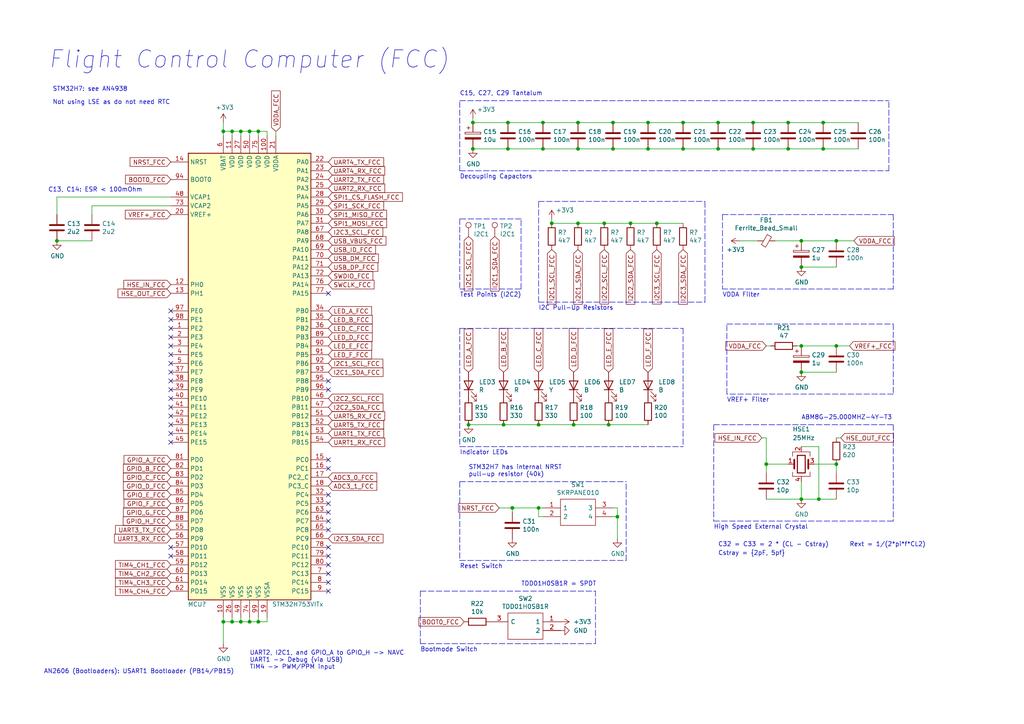
<source format=kicad_sch>
(kicad_sch (version 20231120) (generator "eeschema") (generator_version "8.0")
  (paper "A4")
  (title_block (title "Flight Control Computer") (date "2019-10-27") (rev "0.1"))
  (lib_symbols
    (symbol "Connector:TestPoint" (pin_numbers hide) (pin_names (offset 0.762) hide)
      (property "Reference" "TP" (at 0 6.858 0))
      (property "Value" "TestPoint" (at 0 5.08 0))
      (symbol "TestPoint_1_1"
        (pin passive line (at 0 0 90) (length 2.54) (name "1") (number "1"))
      )
    )
    (symbol "Device:C" (pin_numbers hide) (pin_names (offset 0.254))
      (property "Reference" "C" (at 0.635 2.54 0))
      (property "Value" "C" (at 0.635 -2.54 0))
      (symbol "C_1_1"
        (pin passive line (at 0 3.81 270) (length 2.794) (name "~") (number "1"))
        (pin passive line (at 0 -3.81 90) (length 2.794) (name "~") (number "2"))
      )
    )
    (symbol "Device:Crystal_GND24" (pin_names (offset 1.016) hide)
      (property "Reference" "Y" (at 3.175 5.08 0))
      (property "Value" "Crystal_GND24" (at 3.175 3.175 0))
      (symbol "Crystal_GND24_1_1"
        (pin passive line (at -3.81 0 0) (length 1.27) (name "1") (number "1"))
        (pin passive line (at 0 5.08 270) (length 1.27) (name "2") (number "2"))
        (pin passive line (at 3.81 0 180) (length 1.27) (name "3") (number "3"))
        (pin passive line (at 0 -5.08 90) (length 1.27) (name "4") (number "4"))
      )
    )
    (symbol "Device:LED" (pin_numbers hide) (pin_names (offset 1.016) hide)
      (property "Reference" "D" (at 0 2.54 0))
      (property "Value" "LED" (at 0 -2.54 0))
      (symbol "LED_1_1"
        (pin passive line (at -3.81 0 0) (length 2.54) (name "K") (number "1"))
        (pin passive line (at 3.81 0 180) (length 2.54) (name "A") (number "2"))
      )
    )
    (symbol "Device:R" (pin_numbers hide) (pin_names (offset 0))
      (property "Reference" "R" (at 2.032 0 90))
      (property "Value" "R" (at 0 0 90))
      (symbol "R_1_1"
        (pin passive line (at 0 3.81 270) (length 1.27) (name "~") (number "1"))
        (pin passive line (at 0 -3.81 90) (length 1.27) (name "~") (number "2"))
      )
    )
    (symbol "Hades-rescue:+3V3-power" (power) (pin_names (offset 0))
      (property "Value" "power:+3V3" (at 0 3.556 0))
      (symbol "+3V3-power_1_1"
        (pin power_in line (at 0 0 90) (length 0) hide (name "+3V3") (number "1"))
      )
    )
    (symbol "Hades-rescue:CP-Device" (pin_numbers hide) (pin_names (offset 0.254))
      (property "Reference" "C" (at 0.635 2.54 0))
      (property "Value" "Device:CP" (at 0.635 -2.54 0))
      (symbol "CP-Device_1_1"
        (pin passive line (at 0 3.81 270) (length 2.794) (name "~") (number "1"))
        (pin passive line (at 0 -3.81 90) (length 2.794) (name "~") (number "2"))
      )
    )
    (symbol "Hades-rescue:Ferrite_Bead_Small-Device" (pin_numbers hide) (pin_names (offset 0))
      (property "Reference" "L" (at 1.905 1.27 0))
      (property "Value" "Device:Ferrite_Bead_Small" (at 1.905 -1.27 0))
      (symbol "Ferrite_Bead_Small-Device_1_1"
        (pin passive line (at 0 2.54 270) (length 1.27) (name "~") (number "1"))
        (pin passive line (at 0 -2.54 90) (length 1.27) (name "~") (number "2"))
      )
    )
    (symbol "Hades-rescue:GND-power" (power) (pin_names (offset 0))
      (property "Value" "power:GND" (at 0 -3.81 0))
      (symbol "GND-power_1_1"
        (pin power_in line (at 0 0 270) (length 0) hide (name "GND") (number "1"))
      )
    )
    (symbol "Hades-rescue:STM32H753VITx-MCU_ST_STM32H7"
      (property "Reference" "U" (at -17.78 64.77 0))
      (property "Value" "MCU_ST_STM32H7:STM32H753VITx" (at 10.16 64.77 0))
      (symbol "STM32H753VITx-MCU_ST_STM32H7_1_1"
        (pin bidirectional line (at -22.86 12.7 0) (length 5.08) (name "PE2") (number "1"))
        (pin power_in line (at -7.62 -71.12 90) (length 5.08) (name "VSS") (number "10"))
        (pin power_in line (at 5.08 68.58 270) (length 5.08) (name "VDD") (number "100"))
        (pin power_in line (at -5.08 68.58 270) (length 5.08) (name "VDD") (number "11"))
        (pin input line (at -22.86 25.4 0) (length 5.08) (name "PH0") (number "12"))
        (pin input line (at -22.86 22.86 0) (length 5.08) (name "PH1") (number "13"))
        (pin input line (at -22.86 60.96 0) (length 5.08) (name "NRST") (number "14"))
        (pin bidirectional line (at 22.86 -25.4 180) (length 5.08) (name "PC0") (number "15"))
        (pin bidirectional line (at 22.86 -27.94 180) (length 5.08) (name "PC1") (number "16"))
        (pin bidirectional line (at 22.86 -30.48 180) (length 5.08) (name "PC2_C") (number "17"))
        (pin bidirectional line (at 22.86 -33.02 180) (length 5.08) (name "PC3_C") (number "18"))
        (pin power_in line (at 5.08 -71.12 90) (length 5.08) (name "VSSA") (number "19"))
        (pin bidirectional line (at -22.86 10.16 0) (length 5.08) (name "PE3") (number "2"))
        (pin bidirectional line (at -22.86 45.72 0) (length 5.08) (name "VREF+") (number "20"))
        (pin power_in line (at 7.62 68.58 270) (length 5.08) (name "VDDA") (number "21"))
        (pin bidirectional line (at 22.86 60.96 180) (length 5.08) (name "PA0") (number "22"))
        (pin bidirectional line (at 22.86 58.42 180) (length 5.08) (name "PA1") (number "23"))
        (pin bidirectional line (at 22.86 55.88 180) (length 5.08) (name "PA2") (number "24"))
        (pin bidirectional line (at 22.86 53.34 180) (length 5.08) (name "PA3") (number "25"))
        (pin power_in line (at -5.08 -71.12 90) (length 5.08) (name "VSS") (number "26"))
        (pin power_in line (at -2.54 68.58 270) (length 5.08) (name "VDD") (number "27"))
        (pin bidirectional line (at 22.86 50.8 180) (length 5.08) (name "PA4") (number "28"))
        (pin bidirectional line (at 22.86 48.26 180) (length 5.08) (name "PA5") (number "29"))
        (pin bidirectional line (at -22.86 7.62 0) (length 5.08) (name "PE4") (number "3"))
        (pin bidirectional line (at 22.86 45.72 180) (length 5.08) (name "PA6") (number "30"))
        (pin bidirectional line (at 22.86 43.18 180) (length 5.08) (name "PA7") (number "31"))
        (pin bidirectional line (at 22.86 -35.56 180) (length 5.08) (name "PC4") (number "32"))
        (pin bidirectional line (at 22.86 -38.1 180) (length 5.08) (name "PC5") (number "33"))
        (pin bidirectional line (at 22.86 17.78 180) (length 5.08) (name "PB0") (number "34"))
        (pin bidirectional line (at 22.86 15.24 180) (length 5.08) (name "PB1") (number "35"))
        (pin bidirectional line (at 22.86 12.7 180) (length 5.08) (name "PB2") (number "36"))
        (pin bidirectional line (at -22.86 0 0) (length 5.08) (name "PE7") (number "37"))
        (pin bidirectional line (at -22.86 -2.54 0) (length 5.08) (name "PE8") (number "38"))
        (pin bidirectional line (at -22.86 -5.08 0) (length 5.08) (name "PE9") (number "39"))
        (pin bidirectional line (at -22.86 5.08 0) (length 5.08) (name "PE5") (number "4"))
        (pin bidirectional line (at -22.86 -7.62 0) (length 5.08) (name "PE10") (number "40"))
        (pin bidirectional line (at -22.86 -10.16 0) (length 5.08) (name "PE11") (number "41"))
        (pin bidirectional line (at -22.86 -12.7 0) (length 5.08) (name "PE12") (number "42"))
        (pin bidirectional line (at -22.86 -15.24 0) (length 5.08) (name "PE13") (number "43"))
        (pin bidirectional line (at -22.86 -17.78 0) (length 5.08) (name "PE14") (number "44"))
        (pin bidirectional line (at -22.86 -20.32 0) (length 5.08) (name "PE15") (number "45"))
        (pin bidirectional line (at 22.86 -7.62 180) (length 5.08) (name "PB10") (number "46"))
        (pin bidirectional line (at 22.86 -10.16 180) (length 5.08) (name "PB11") (number "47"))
        (pin power_in line (at -22.86 50.8 0) (length 5.08) (name "VCAP1") (number "48"))
        (pin power_in line (at -2.54 -71.12 90) (length 5.08) (name "VSS") (number "49"))
        (pin bidirectional line (at -22.86 2.54 0) (length 5.08) (name "PE6") (number "5"))
        (pin power_in line (at 0 68.58 270) (length 5.08) (name "VDD") (number "50"))
        (pin bidirectional line (at 22.86 -12.7 180) (length 5.08) (name "PB12") (number "51"))
        (pin bidirectional line (at 22.86 -15.24 180) (length 5.08) (name "PB13") (number "52"))
        (pin bidirectional line (at 22.86 -17.78 180) (length 5.08) (name "PB14") (number "53"))
        (pin bidirectional line (at 22.86 -20.32 180) (length 5.08) (name "PB15") (number "54"))
        (pin bidirectional line (at -22.86 -45.72 0) (length 5.08) (name "PD8") (number "55"))
        (pin bidirectional line (at -22.86 -48.26 0) (length 5.08) (name "PD9") (number "56"))
        (pin bidirectional line (at -22.86 -50.8 0) (length 5.08) (name "PD10") (number "57"))
        (pin bidirectional line (at -22.86 -53.34 0) (length 5.08) (name "PD11") (number "58"))
        (pin bidirectional line (at -22.86 -55.88 0) (length 5.08) (name "PD12") (number "59"))
        (pin power_in line (at -7.62 68.58 270) (length 5.08) (name "VBAT") (number "6"))
        (pin bidirectional line (at -22.86 -58.42 0) (length 5.08) (name "PD13") (number "60"))
        (pin bidirectional line (at -22.86 -60.96 0) (length 5.08) (name "PD14") (number "61"))
        (pin bidirectional line (at -22.86 -63.5 0) (length 5.08) (name "PD15") (number "62"))
        (pin bidirectional line (at 22.86 -40.64 180) (length 5.08) (name "PC6") (number "63"))
        (pin bidirectional line (at 22.86 -43.18 180) (length 5.08) (name "PC7") (number "64"))
        (pin bidirectional line (at 22.86 -45.72 180) (length 5.08) (name "PC8") (number "65"))
        (pin bidirectional line (at 22.86 -48.26 180) (length 5.08) (name "PC9") (number "66"))
        (pin bidirectional line (at 22.86 40.64 180) (length 5.08) (name "PA8") (number "67"))
        (pin bidirectional line (at 22.86 38.1 180) (length 5.08) (name "PA9") (number "68"))
        (pin bidirectional line (at 22.86 35.56 180) (length 5.08) (name "PA10") (number "69"))
        (pin bidirectional line (at 22.86 -58.42 180) (length 5.08) (name "PC13") (number "7"))
        (pin bidirectional line (at 22.86 33.02 180) (length 5.08) (name "PA11") (number "70"))
        (pin bidirectional line (at 22.86 30.48 180) (length 5.08) (name "PA12") (number "71"))
        (pin bidirectional line (at 22.86 27.94 180) (length 5.08) (name "PA13") (number "72"))
        (pin power_in line (at -22.86 48.26 0) (length 5.08) (name "VCAP2") (number "73"))
        (pin power_in line (at 0 -71.12 90) (length 5.08) (name "VSS") (number "74"))
        (pin power_in line (at 2.54 68.58 270) (length 5.08) (name "VDD") (number "75"))
        (pin bidirectional line (at 22.86 25.4 180) (length 5.08) (name "PA14") (number "76"))
        (pin bidirectional line (at 22.86 22.86 180) (length 5.08) (name "PA15") (number "77"))
        (pin bidirectional line (at 22.86 -50.8 180) (length 5.08) (name "PC10") (number "78"))
        (pin bidirectional line (at 22.86 -53.34 180) (length 5.08) (name "PC11") (number "79"))
        (pin bidirectional line (at 22.86 -60.96 180) (length 5.08) (name "PC14") (number "8"))
        (pin bidirectional line (at 22.86 -55.88 180) (length 5.08) (name "PC12") (number "80"))
        (pin bidirectional line (at -22.86 -25.4 0) (length 5.08) (name "PD0") (number "81"))
        (pin bidirectional line (at -22.86 -27.94 0) (length 5.08) (name "PD1") (number "82"))
        (pin bidirectional line (at -22.86 -30.48 0) (length 5.08) (name "PD2") (number "83"))
        (pin bidirectional line (at -22.86 -33.02 0) (length 5.08) (name "PD3") (number "84"))
        (pin bidirectional line (at -22.86 -35.56 0) (length 5.08) (name "PD4") (number "85"))
        (pin bidirectional line (at -22.86 -38.1 0) (length 5.08) (name "PD5") (number "86"))
        (pin bidirectional line (at -22.86 -40.64 0) (length 5.08) (name "PD6") (number "87"))
        (pin bidirectional line (at -22.86 -43.18 0) (length 5.08) (name "PD7") (number "88"))
        (pin bidirectional line (at 22.86 10.16 180) (length 5.08) (name "PB3") (number "89"))
        (pin bidirectional line (at 22.86 -63.5 180) (length 5.08) (name "PC15") (number "9"))
        (pin bidirectional line (at 22.86 7.62 180) (length 5.08) (name "PB4") (number "90"))
        (pin bidirectional line (at 22.86 5.08 180) (length 5.08) (name "PB5") (number "91"))
        (pin bidirectional line (at 22.86 2.54 180) (length 5.08) (name "PB6") (number "92"))
        (pin bidirectional line (at 22.86 0 180) (length 5.08) (name "PB7") (number "93"))
        (pin input line (at -22.86 55.88 0) (length 5.08) (name "BOOT0") (number "94"))
        (pin bidirectional line (at 22.86 -2.54 180) (length 5.08) (name "PB8") (number "95"))
        (pin bidirectional line (at 22.86 -5.08 180) (length 5.08) (name "PB9") (number "96"))
        (pin bidirectional line (at -22.86 17.78 0) (length 5.08) (name "PE0") (number "97"))
        (pin bidirectional line (at -22.86 15.24 0) (length 5.08) (name "PE1") (number "98"))
        (pin power_in line (at 2.54 -71.12 90) (length 5.08) (name "VSS") (number "99"))
      )
    )
    (symbol "SKRPANE010:SKRPANE010" (pin_names (offset 0.762))
      (property "Reference" "S" (at 16.51 7.62 0))
      (property "Value" "SKRPANE010" (at 16.51 5.08 0))
      (symbol "SKRPANE010_0_0"
        (pin unspecified line (at 0 0 0) (length 5.08) (name "1") (number "1"))
        (pin unspecified line (at 0 -2.54 0) (length 5.08) (name "2") (number "2"))
        (pin unspecified line (at 20.32 0 180) (length 5.08) (name "3") (number "3"))
        (pin unspecified line (at 20.32 -2.54 180) (length 5.08) (name "4") (number "4"))
      )
    )
    (symbol "TDD01H0SB1R:TDD01H0SB1R" (pin_names (offset 0.762))
      (property "Reference" "S" (at 16.51 7.62 0))
      (property "Value" "TDD01H0SB1R" (at 16.51 5.08 0))
      (symbol "TDD01H0SB1R_0_0"
        (pin unspecified line (at 0 0 0) (length 5.08) (name "1") (number "1"))
        (pin unspecified line (at 0 -2.54 0) (length 5.08) (name "2") (number "2"))
        (pin unspecified line (at 20.32 0 180) (length 5.08) (name "C") (number "3"))
      )
    )
  )
  (junction (at 228.6 35.56))
  (junction (at 232.41 144.78))
  (junction (at 74.93 180.34))
  (junction (at 135.89 123.19))
  (junction (at 208.28 43.18))
  (junction (at 160.02 64.77))
  (junction (at 237.49 144.78))
  (junction (at 69.85 38.1))
  (junction (at 187.96 43.18))
  (junction (at 167.64 43.18))
  (junction (at 177.8 43.18))
  (junction (at 16.51 69.85))
  (junction (at 64.77 38.1))
  (junction (at 218.44 35.56))
  (junction (at 176.53 123.19))
  (junction (at 177.8 35.56))
  (junction (at 175.26 64.77))
  (junction (at 208.28 35.56))
  (junction (at 137.16 43.18))
  (junction (at 72.39 38.1))
  (junction (at 167.64 35.56))
  (junction (at 67.31 38.1))
  (junction (at 179.07 149.86))
  (junction (at 232.41 107.95))
  (junction (at 222.25 134.62))
  (junction (at 157.48 43.18))
  (junction (at 167.64 64.77))
  (junction (at 64.77 180.34))
  (junction (at 147.32 43.18))
  (junction (at 67.31 180.34))
  (junction (at 232.41 69.85))
  (junction (at 228.6 43.18))
  (junction (at 156.21 147.32))
  (junction (at 238.76 35.56))
  (junction (at 238.76 43.18))
  (junction (at 242.57 100.33))
  (junction (at 166.37 123.19))
  (junction (at 72.39 180.34))
  (junction (at 232.41 100.33))
  (junction (at 190.5 64.77))
  (junction (at 156.21 123.19))
  (junction (at 187.96 35.56))
  (junction (at 148.59 147.32))
  (junction (at 242.57 69.85))
  (junction (at 69.85 180.34))
  (junction (at 147.32 35.56))
  (junction (at 242.57 134.62))
  (junction (at 198.12 43.18))
  (junction (at 157.48 35.56))
  (junction (at 74.93 38.1))
  (junction (at 146.05 123.19))
  (junction (at 232.41 77.47))
  (junction (at 182.88 64.77))
  (junction (at 198.12 35.56))
  (junction (at 218.44 43.18))
  (junction (at 137.16 35.56))
  (no_connect (at 49.53 161.29))
  (no_connect (at 49.53 100.33))
  (no_connect (at 49.53 102.87))
  (no_connect (at 49.53 158.75))
  (no_connect (at 49.53 95.25))
  (no_connect (at 95.25 143.51))
  (no_connect (at 49.53 107.95))
  (no_connect (at 95.25 113.03))
  (no_connect (at 49.53 118.11))
  (no_connect (at 95.25 153.67))
  (no_connect (at 49.53 113.03))
  (no_connect (at 95.25 166.37))
  (no_connect (at 95.25 171.45))
  (no_connect (at 49.53 125.73))
  (no_connect (at 95.25 148.59))
  (no_connect (at 49.53 123.19))
  (no_connect (at 95.25 151.13))
  (no_connect (at 95.25 158.75))
  (no_connect (at 49.53 92.71))
  (no_connect (at 95.25 163.83))
  (no_connect (at 49.53 115.57))
  (no_connect (at 95.25 85.09))
  (no_connect (at 95.25 135.89))
  (no_connect (at 49.53 90.17))
  (no_connect (at 49.53 105.41))
  (no_connect (at 49.53 128.27))
  (no_connect (at 95.25 110.49))
  (no_connect (at 95.25 133.35))
  (no_connect (at 95.25 146.05))
  (no_connect (at 95.25 168.91))
  (no_connect (at 49.53 120.65))
  (no_connect (at 49.53 97.79))
  (no_connect (at 49.53 110.49))
  (no_connect (at 95.25 161.29))
  (wire (pts (xy 231.14 100.33) (xy 232.41 100.33)))
  (wire (pts (xy 16.51 57.15) (xy 16.51 62.23)))
  (wire (pts (xy 67.31 39.37) (xy 67.31 38.1)))
  (wire (pts (xy 208.28 35.56) (xy 198.12 35.56)))
  (wire (pts (xy 176.53 123.19) (xy 187.96 123.19)))
  (polyline (pts (xy 207.01 123.19) (xy 259.08 123.19)) (stroke (width 0) (type dash)))
  (wire (pts (xy 147.32 35.56) (xy 157.48 35.56)))
  (wire (pts (xy 242.57 69.85) (xy 232.41 69.85)))
  (wire (pts (xy 69.85 179.07) (xy 69.85 180.34)))
  (wire (pts (xy 148.59 148.59) (xy 148.59 147.32)))
  (wire (pts (xy 248.92 35.56) (xy 238.76 35.56)))
  (polyline (pts (xy 133.35 49.53) (xy 133.35 29.21)) (stroke (width 0) (type dash)))
  (wire (pts (xy 198.12 43.18) (xy 187.96 43.18)))
  (wire (pts (xy 177.8 43.18) (xy 167.64 43.18)))
  (wire (pts (xy 222.25 127) (xy 220.98 127)))
  (wire (pts (xy 156.21 149.86) (xy 156.21 147.32)))
  (polyline (pts (xy 259.08 93.98) (xy 259.08 114.3)) (stroke (width 0) (type dash)))
  (polyline (pts (xy 133.35 49.53) (xy 257.81 49.53)) (stroke (width 0) (type dash)))
  (polyline (pts (xy 133.35 162.56) (xy 181.61 162.56)) (stroke (width 0) (type dash)))
  (wire (pts (xy 166.37 123.19) (xy 156.21 123.19)))
  (polyline (pts (xy 133.35 63.5) (xy 133.35 83.82)) (stroke (width 0) (type dash)))
  (wire (pts (xy 67.31 38.1) (xy 64.77 38.1)))
  (polyline (pts (xy 259.08 114.3) (xy 210.82 114.3)) (stroke (width 0) (type dash)))
  (polyline (pts (xy 181.61 162.56) (xy 181.61 139.7)) (stroke (width 0) (type dash)))
  (wire (pts (xy 77.47 38.1) (xy 74.93 38.1)))
  (wire (pts (xy 223.52 100.33) (xy 222.25 100.33)))
  (wire (pts (xy 72.39 180.34) (xy 69.85 180.34)))
  (polyline (pts (xy 257.81 49.53) (xy 257.81 29.21)) (stroke (width 0) (type dash)))
  (polyline (pts (xy 121.92 171.45) (xy 121.92 186.69)) (stroke (width 0) (type dash)))
  (wire (pts (xy 26.67 59.69) (xy 26.67 62.23)))
  (wire (pts (xy 237.49 129.54) (xy 237.49 144.78)))
  (wire (pts (xy 182.88 64.77) (xy 175.26 64.77)))
  (wire (pts (xy 72.39 38.1) (xy 69.85 38.1)))
  (wire (pts (xy 69.85 39.37) (xy 69.85 38.1)))
  (wire (pts (xy 208.28 43.18) (xy 198.12 43.18)))
  (wire (pts (xy 67.31 180.34) (xy 64.77 180.34)))
  (wire (pts (xy 144.78 147.32) (xy 148.59 147.32)))
  (wire (pts (xy 80.01 39.37) (xy 80.01 38.1)))
  (wire (pts (xy 218.44 35.56) (xy 208.28 35.56)))
  (polyline (pts (xy 209.55 62.23) (xy 259.08 62.23)) (stroke (width 0) (type dash)))
  (wire (pts (xy 242.57 77.47) (xy 232.41 77.47)))
  (wire (pts (xy 232.41 139.7) (xy 232.41 144.78)))
  (polyline (pts (xy 151.13 83.82) (xy 151.13 63.5)) (stroke (width 0) (type dash)))
  (polyline (pts (xy 133.35 29.21) (xy 257.81 29.21)) (stroke (width 0) (type dash)))
  (polyline (pts (xy 133.35 95.25) (xy 198.12 95.25)) (stroke (width 0) (type dash)))
  (wire (pts (xy 64.77 35.56) (xy 64.77 38.1)))
  (wire (pts (xy 228.6 35.56) (xy 218.44 35.56)))
  (wire (pts (xy 214.63 69.85) (xy 219.71 69.85)))
  (wire (pts (xy 177.8 35.56) (xy 187.96 35.56)))
  (polyline (pts (xy 133.35 139.7) (xy 181.61 139.7)) (stroke (width 0) (type dash)))
  (polyline (pts (xy 259.08 62.23) (xy 259.08 83.82)) (stroke (width 0) (type dash)))
  (wire (pts (xy 74.93 179.07) (xy 74.93 180.34)))
  (wire (pts (xy 69.85 180.34) (xy 67.31 180.34)))
  (wire (pts (xy 246.38 100.33) (xy 242.57 100.33)))
  (wire (pts (xy 72.39 39.37) (xy 72.39 38.1)))
  (wire (pts (xy 26.67 59.69) (xy 49.53 59.69)))
  (wire (pts (xy 222.25 134.62) (xy 228.6 134.62)))
  (polyline (pts (xy 133.35 139.7) (xy 133.35 162.56)) (stroke (width 0) (type dash)))
  (wire (pts (xy 198.12 64.77) (xy 190.5 64.77)))
  (polyline (pts (xy 156.21 58.42) (xy 204.47 58.42)) (stroke (width 0) (type dash)))
  (wire (pts (xy 69.85 38.1) (xy 67.31 38.1)))
  (polyline (pts (xy 133.35 83.82) (xy 151.13 83.82)) (stroke (width 0) (type dash)))
  (wire (pts (xy 167.64 64.77) (xy 160.02 64.77)))
  (polyline (pts (xy 210.82 114.3) (xy 210.82 93.98)) (stroke (width 0) (type dash)))
  (wire (pts (xy 160.02 63.5) (xy 160.02 64.77)))
  (wire (pts (xy 167.64 43.18) (xy 157.48 43.18)))
  (polyline (pts (xy 259.08 83.82) (xy 209.55 83.82)) (stroke (width 0) (type dash)))
  (wire (pts (xy 64.77 38.1) (xy 64.77 39.37)))
  (polyline (pts (xy 204.47 87.63) (xy 204.47 58.42)) (stroke (width 0) (type dash)))
  (wire (pts (xy 232.41 129.54) (xy 237.49 129.54)))
  (wire (pts (xy 137.16 34.29) (xy 137.16 35.56)))
  (wire (pts (xy 224.79 69.85) (xy 232.41 69.85)))
  (polyline (pts (xy 172.72 186.69) (xy 172.72 171.45)) (stroke (width 0) (type dash)))
  (wire (pts (xy 16.51 57.15) (xy 49.53 57.15)))
  (wire (pts (xy 248.92 43.18) (xy 238.76 43.18)))
  (wire (pts (xy 222.25 144.78) (xy 232.41 144.78)))
  (wire (pts (xy 187.96 35.56) (xy 198.12 35.56)))
  (wire (pts (xy 237.49 144.78) (xy 232.41 144.78)))
  (wire (pts (xy 218.44 43.18) (xy 208.28 43.18)))
  (wire (pts (xy 137.16 35.56) (xy 147.32 35.56)))
  (wire (pts (xy 175.26 64.77) (xy 167.64 64.77)))
  (wire (pts (xy 232.41 107.95) (xy 242.57 107.95)))
  (polyline (pts (xy 133.35 95.25) (xy 133.35 129.54)) (stroke (width 0) (type dash)))
  (wire (pts (xy 156.21 123.19) (xy 146.05 123.19)))
  (wire (pts (xy 77.47 39.37) (xy 77.47 38.1)))
  (wire (pts (xy 176.53 123.19) (xy 166.37 123.19)))
  (wire (pts (xy 74.93 180.34) (xy 72.39 180.34)))
  (polyline (pts (xy 133.35 129.54) (xy 198.12 129.54)) (stroke (width 0) (type dash)))
  (wire (pts (xy 74.93 38.1) (xy 72.39 38.1)))
  (wire (pts (xy 243.84 127) (xy 242.57 127)))
  (wire (pts (xy 146.05 123.19) (xy 135.89 123.19)))
  (wire (pts (xy 148.59 147.32) (xy 156.21 147.32)))
  (wire (pts (xy 179.07 147.32) (xy 179.07 149.86)))
  (wire (pts (xy 157.48 35.56) (xy 167.64 35.56)))
  (wire (pts (xy 157.48 43.18) (xy 147.32 43.18)))
  (wire (pts (xy 156.21 147.32) (xy 157.48 147.32)))
  (wire (pts (xy 242.57 137.16) (xy 242.57 134.62)))
  (polyline (pts (xy 156.21 87.63) (xy 156.21 58.42)) (stroke (width 0) (type dash)))
  (wire (pts (xy 64.77 180.34) (xy 64.77 179.07)))
  (wire (pts (xy 77.47 180.34) (xy 74.93 180.34)))
  (polyline (pts (xy 151.13 63.5) (xy 133.35 63.5)) (stroke (width 0) (type dash)))
  (wire (pts (xy 238.76 35.56) (xy 228.6 35.56)))
  (wire (pts (xy 187.96 43.18) (xy 177.8 43.18)))
  (wire (pts (xy 72.39 179.07) (xy 72.39 180.34)))
  (wire (pts (xy 64.77 186.69) (xy 64.77 180.34)))
  (wire (pts (xy 177.8 147.32) (xy 179.07 147.32)))
  (polyline (pts (xy 121.92 186.69) (xy 172.72 186.69)) (stroke (width 0) (type dash)))
  (polyline (pts (xy 207.01 123.19) (xy 207.01 151.13)) (stroke (width 0) (type dash)))
  (wire (pts (xy 228.6 43.18) (xy 218.44 43.18)))
  (polyline (pts (xy 210.82 93.98) (xy 259.08 93.98)) (stroke (width 0) (type dash)))
  (wire (pts (xy 242.57 134.62) (xy 236.22 134.62)))
  (wire (pts (xy 74.93 39.37) (xy 74.93 38.1)))
  (wire (pts (xy 179.07 149.86) (xy 179.07 156.21)))
  (polyline (pts (xy 259.08 123.19) (xy 259.08 151.13)) (stroke (width 0) (type dash)))
  (polyline (pts (xy 121.92 171.45) (xy 172.72 171.45)) (stroke (width 0) (type dash)))
  (wire (pts (xy 190.5 64.77) (xy 182.88 64.77)))
  (wire (pts (xy 26.67 69.85) (xy 16.51 69.85)))
  (wire (pts (xy 222.25 137.16) (xy 222.25 134.62)))
  (polyline (pts (xy 156.21 87.63) (xy 204.47 87.63)) (stroke (width 0) (type dash)))
  (wire (pts (xy 232.41 100.33) (xy 242.57 100.33)))
  (polyline (pts (xy 207.01 151.13) (xy 259.08 151.13)) (stroke (width 0) (type dash)))
  (wire (pts (xy 167.64 35.56) (xy 177.8 35.56)))
  (wire (pts (xy 238.76 43.18) (xy 228.6 43.18)))
  (wire (pts (xy 67.31 179.07) (xy 67.31 180.34)))
  (polyline (pts (xy 198.12 95.25) (xy 198.12 129.54)) (stroke (width 0) (type dash)))
  (polyline (pts (xy 209.55 62.23) (xy 209.55 83.82)) (stroke (width 0) (type dash)))
  (wire (pts (xy 157.48 149.86) (xy 156.21 149.86)))
  (wire (pts (xy 177.8 149.86) (xy 179.07 149.86)))
  (wire (pts (xy 222.25 127) (xy 222.25 134.62)))
  (wire (pts (xy 242.57 144.78) (xy 237.49 144.78)))
  (wire (pts (xy 147.32 43.18) (xy 137.16 43.18)))
  (wire (pts (xy 77.47 179.07) (xy 77.47 180.34)))
  (wire (pts (xy 247.65 69.85) (xy 242.57 69.85)))
  (text "Rext = 1/(2*pi*f*CL2)" (at 246.38 158.75 0) (effects (font (size 1.27 1.27)) (justify left bottom)))
  (text "Indicator LEDs" (at 133.35 132.08 0) (effects (font (size 1.27 1.27)) (justify left bottom)))
  (text "UART2, I2C1, and GPIO_A to GPIO_H -> NAVC\nUART1 -> Debug (via USB)\nTIM4 -> PWM/PPM input\n" (at 72.39 194.31 0) (effects (font (size 1.27 1.27)) (justify left bottom)))
  (text "VREF+ Filter" (at 210.82 116.84 0) (effects (font (size 1.27 1.27)) (justify left bottom)))
  (text "STM32H7: see AN4938" (at 15.24 26.67 0) (effects (font (size 1.27 1.27)) (justify left bottom)))
  (text "Bootmode Switch" (at 121.92 189.23 0) (effects (font (size 1.27 1.27)) (justify left bottom)))
  (text "I2C Pull-Up Resistors" (at 156.21 90.17 0) (effects (font (size 1.27 1.27)) (justify left bottom)))
  (text "High Speed External Crystal" (at 207.01 153.67 0) (effects (font (size 1.27 1.27)) (justify left bottom)))
  (text "Flight Control Computer (FCC)" (at 13.97 20.32 0) (effects (font (size 5.0038 5.0038) (italic yes)) (justify left bottom)))
  (text "Reset Switch" (at 133.35 165.1 0) (effects (font (size 1.27 1.27)) (justify left bottom)))
  (text "C15, C27, C29 Tantalum" (at 133.35 27.94 0) (effects (font (size 1.27 1.27)) (justify left bottom)))
  (text "C13, C14: ESR < 100mOhm" (at 13.97 55.88 0) (effects (font (size 1.27 1.27)) (justify left bottom)))
  (text "Not using LSE as do not need RTC" (at 15.24 30.48 0) (effects (font (size 1.27 1.27)) (justify left bottom)))
  (text "C32 = C33 = 2 * (CL - Cstray)" (at 208.28 158.75 0) (effects (font (size 1.27 1.27)) (justify left bottom)))
  (text "AN2606 (Bootloaders): USART1 Bootloader (PB14/PB15)" (at 12.7 195.58 0) (effects (font (size 1.27 1.27)) (justify left bottom)))
  (text "TDD01H0SB1R = SPDT" (at 151.13 170.18 0) (effects (font (size 1.27 1.27)) (justify left bottom)))
  (text "Cstray = {2pF, 5pf}" (at 208.28 161.29 0) (effects (font (size 1.27 1.27)) (justify left bottom)))
  (text "STM32H7 has internal NRST \npull-up resistor (40k)" (at 135.89 138.43 0) (effects (font (size 1.27 1.27)) (justify left bottom)))
  (text "Decoupling Capactors" (at 133.35 52.07 0) (effects (font (size 1.27 1.27)) (justify left bottom)))
  (text "Test Points (I2C2)" (at 133.35 86.36 0) (effects (font (size 1.27 1.27)) (justify left bottom)))
  (text "VDDA Filter" (at 209.55 86.36 0) (effects (font (size 1.27 1.27)) (justify left bottom)))
  (text "ABM8G-25.000MHZ-4Y-T3" (at 232.41 121.92 0) (effects (font (size 1.27 1.27)) (justify left bottom)))
  (global_label "I2C3_SCL_FCC" (shape input) (at 190.5 72.39 270) (property "Intersheetrefs" "${INTERSHEET_REFS}" (effects (hide yes))))
  (global_label "GPIO_H_FCC" (shape input) (at 49.53 151.13 180) (property "Intersheetrefs" "${INTERSHEET_REFS}" (effects (hide yes))))
  (global_label "VDDA_FCC" (shape input) (at 222.25 100.33 180) (property "Intersheetrefs" "${INTERSHEET_REFS}" (effects (hide yes))))
  (global_label "USB_DP_FCC" (shape input) (at 95.25 77.47 0) (property "Intersheetrefs" "${INTERSHEET_REFS}" (effects (hide yes))))
  (global_label "I2C1_SDA_FCC" (shape input) (at 167.64 72.39 270) (property "Intersheetrefs" "${INTERSHEET_REFS}" (effects (hide yes))))
  (global_label "I2C2_SDA_FCC" (shape input) (at 95.25 118.11 0) (property "Intersheetrefs" "${INTERSHEET_REFS}" (effects (hide yes))))
  (global_label "HSE_OUT_FCC" (shape input) (at 49.53 85.09 180) (property "Intersheetrefs" "${INTERSHEET_REFS}" (effects (hide yes))))
  (global_label "SPI1_SCK_FCC" (shape input) (at 95.25 59.69 0) (property "Intersheetrefs" "${INTERSHEET_REFS}" (effects (hide yes))))
  (global_label "LED_D_FCC" (shape input) (at 95.25 97.79 0) (property "Intersheetrefs" "${INTERSHEET_REFS}" (effects (hide yes))))
  (global_label "HSE_IN_FCC" (shape input) (at 49.53 82.55 180) (property "Intersheetrefs" "${INTERSHEET_REFS}" (effects (hide yes))))
  (global_label "UART1_TX_FCC" (shape input) (at 95.25 125.73 0) (property "Intersheetrefs" "${INTERSHEET_REFS}" (effects (hide yes))))
  (global_label "UART3_TX_FCC" (shape input) (at 49.53 153.67 180) (property "Intersheetrefs" "${INTERSHEET_REFS}" (effects (hide yes))))
  (global_label "SPI1_MOSI_FCC" (shape input) (at 95.25 64.77 0) (property "Intersheetrefs" "${INTERSHEET_REFS}" (effects (hide yes))))
  (global_label "TIM4_CH2_FCC" (shape input) (at 49.53 166.37 180) (property "Intersheetrefs" "${INTERSHEET_REFS}" (effects (hide yes))))
  (global_label "VDDA_FCC" (shape input) (at 247.65 69.85 0) (property "Intersheetrefs" "${INTERSHEET_REFS}" (effects (hide yes))))
  (global_label "ADC3_1_FCC" (shape input) (at 95.25 140.97 0) (property "Intersheetrefs" "${INTERSHEET_REFS}" (effects (hide yes))))
  (global_label "I2C2_SCL_FCC" (shape input) (at 175.26 72.39 270) (property "Intersheetrefs" "${INTERSHEET_REFS}" (effects (hide yes))))
  (global_label "UART2_RX_FCC" (shape input) (at 95.25 54.61 0) (property "Intersheetrefs" "${INTERSHEET_REFS}" (effects (hide yes))))
  (global_label "GPIO_E_FCC" (shape input) (at 49.53 143.51 180) (property "Intersheetrefs" "${INTERSHEET_REFS}" (effects (hide yes))))
  (global_label "I2C1_SCL_FCC" (shape input) (at 135.89 68.58 270) (property "Intersheetrefs" "${INTERSHEET_REFS}" (effects (hide yes))))
  (global_label "LED_B_FCC" (shape input) (at 95.25 92.71 0) (property "Intersheetrefs" "${INTERSHEET_REFS}" (effects (hide yes))))
  (global_label "LED_D_FCC" (shape input) (at 166.37 107.95 90) (property "Intersheetrefs" "${INTERSHEET_REFS}" (effects (hide yes))))
  (global_label "I2C1_SDA_FCC" (shape input) (at 143.51 68.58 270) (property "Intersheetrefs" "${INTERSHEET_REFS}" (effects (hide yes))))
  (global_label "I2C1_SCL_FCC" (shape input) (at 160.02 72.39 270) (property "Intersheetrefs" "${INTERSHEET_REFS}" (effects (hide yes))))
  (global_label "UART2_TX_FCC" (shape input) (at 95.25 52.07 0) (property "Intersheetrefs" "${INTERSHEET_REFS}" (effects (hide yes))))
  (global_label "ADC3_0_FCC" (shape input) (at 95.25 138.43 0) (property "Intersheetrefs" "${INTERSHEET_REFS}" (effects (hide yes))))
  (global_label "VREF+_FCC" (shape input) (at 49.53 62.23 180) (property "Intersheetrefs" "${INTERSHEET_REFS}" (effects (hide yes))))
  (global_label "UART1_RX_FCC" (shape input) (at 95.25 128.27 0) (property "Intersheetrefs" "${INTERSHEET_REFS}" (effects (hide yes))))
  (global_label "I2C3_SCL_FCC" (shape input) (at 95.25 67.31 0) (property "Intersheetrefs" "${INTERSHEET_REFS}" (effects (hide yes))))
  (global_label "USB_ID_FCC" (shape input) (at 95.25 72.39 0) (property "Intersheetrefs" "${INTERSHEET_REFS}" (effects (hide yes))))
  (global_label "LED_F_FCC" (shape input) (at 187.96 107.95 90) (property "Intersheetrefs" "${INTERSHEET_REFS}" (effects (hide yes))))
  (global_label "BOOT0_FCC" (shape input) (at 49.53 52.07 180) (property "Intersheetrefs" "${INTERSHEET_REFS}" (effects (hide yes))))
  (global_label "SWCLK_FCC" (shape input) (at 95.25 82.55 0) (property "Intersheetrefs" "${INTERSHEET_REFS}" (effects (hide yes))))
  (global_label "HSE_OUT_FCC" (shape input) (at 243.84 127 0) (property "Intersheetrefs" "${INTERSHEET_REFS}" (effects (hide yes))))
  (global_label "LED_E_FCC" (shape input) (at 95.25 100.33 0) (property "Intersheetrefs" "${INTERSHEET_REFS}" (effects (hide yes))))
  (global_label "NRST_FCC" (shape input) (at 49.53 46.99 180) (property "Intersheetrefs" "${INTERSHEET_REFS}" (effects (hide yes))))
  (global_label "USB_VBUS_FCC" (shape input) (at 95.25 69.85 0) (property "Intersheetrefs" "${INTERSHEET_REFS}" (effects (hide yes))))
  (global_label "TIM4_CH3_FCC" (shape input) (at 49.53 168.91 180) (property "Intersheetrefs" "${INTERSHEET_REFS}" (effects (hide yes))))
  (global_label "UART5_TX_FCC" (shape input) (at 95.25 123.19 0) (property "Intersheetrefs" "${INTERSHEET_REFS}" (effects (hide yes))))
  (global_label "GPIO_A_FCC" (shape input) (at 49.53 133.35 180) (property "Intersheetrefs" "${INTERSHEET_REFS}" (effects (hide yes))))
  (global_label "BOOT0_FCC" (shape input) (at 134.62 180.34 180) (property "Intersheetrefs" "${INTERSHEET_REFS}" (effects (hide yes))))
  (global_label "NRST_FCC" (shape input) (at 144.78 147.32 180) (property "Intersheetrefs" "${INTERSHEET_REFS}" (effects (hide yes))))
  (global_label "LED_B_FCC" (shape input) (at 146.05 107.95 90) (property "Intersheetrefs" "${INTERSHEET_REFS}" (effects (hide yes))))
  (global_label "USB_DM_FCC" (shape input) (at 95.25 74.93 0) (property "Intersheetrefs" "${INTERSHEET_REFS}" (effects (hide yes))))
  (global_label "LED_C_FCC" (shape input) (at 95.25 95.25 0) (property "Intersheetrefs" "${INTERSHEET_REFS}" (effects (hide yes))))
  (global_label "UART3_RX_FCC" (shape input) (at 49.53 156.21 180) (property "Intersheetrefs" "${INTERSHEET_REFS}" (effects (hide yes))))
  (global_label "SPI1_CS_FLASH_FCC" (shape input) (at 95.25 57.15 0) (property "Intersheetrefs" "${INTERSHEET_REFS}" (effects (hide yes))))
  (global_label "LED_A_FCC" (shape input) (at 95.25 90.17 0) (property "Intersheetrefs" "${INTERSHEET_REFS}" (effects (hide yes))))
  (global_label "VDDA_FCC" (shape input) (at 80.01 38.1 90) (property "Intersheetrefs" "${INTERSHEET_REFS}" (effects (hide yes))))
  (global_label "I2C2_SDA_FCC" (shape input) (at 182.88 72.39 270) (property "Intersheetrefs" "${INTERSHEET_REFS}" (effects (hide yes))))
  (global_label "UART5_RX_FCC" (shape input) (at 95.25 120.65 0) (property "Intersheetrefs" "${INTERSHEET_REFS}" (effects (hide yes))))
  (global_label "GPIO_F_FCC" (shape input) (at 49.53 146.05 180) (property "Intersheetrefs" "${INTERSHEET_REFS}" (effects (hide yes))))
  (global_label "I2C3_SDA_FCC" (shape input) (at 198.12 72.39 270) (property "Intersheetrefs" "${INTERSHEET_REFS}" (effects (hide yes))))
  (global_label "LED_C_FCC" (shape input) (at 156.21 107.95 90) (property "Intersheetrefs" "${INTERSHEET_REFS}" (effects (hide yes))))
  (global_label "VREF+_FCC" (shape input) (at 246.38 100.33 0) (property "Intersheetrefs" "${INTERSHEET_REFS}" (effects (hide yes))))
  (global_label "SPI1_MISO_FCC" (shape input) (at 95.25 62.23 0) (property "Intersheetrefs" "${INTERSHEET_REFS}" (effects (hide yes))))
  (global_label "LED_F_FCC" (shape input) (at 95.25 102.87 0) (property "Intersheetrefs" "${INTERSHEET_REFS}" (effects (hide yes))))
  (global_label "GPIO_G_FCC" (shape input) (at 49.53 148.59 180) (property "Intersheetrefs" "${INTERSHEET_REFS}" (effects (hide yes))))
  (global_label "HSE_IN_FCC" (shape input) (at 220.98 127 180) (property "Intersheetrefs" "${INTERSHEET_REFS}" (effects (hide yes))))
  (global_label "TIM4_CH1_FCC" (shape input) (at 49.53 163.83 180) (property "Intersheetrefs" "${INTERSHEET_REFS}" (effects (hide yes))))
  (global_label "TIM4_CH4_FCC" (shape input) (at 49.53 171.45 180) (property "Intersheetrefs" "${INTERSHEET_REFS}" (effects (hide yes))))
  (global_label "LED_A_FCC" (shape input) (at 135.89 107.95 90) (property "Intersheetrefs" "${INTERSHEET_REFS}" (effects (hide yes))))
  (global_label "I2C3_SDA_FCC" (shape input) (at 95.25 156.21 0) (property "Intersheetrefs" "${INTERSHEET_REFS}" (effects (hide yes))))
  (global_label "SWDIO_FCC" (shape input) (at 95.25 80.01 0) (property "Intersheetrefs" "${INTERSHEET_REFS}" (effects (hide yes))))
  (global_label "GPIO_B_FCC" (shape input) (at 49.53 135.89 180) (property "Intersheetrefs" "${INTERSHEET_REFS}" (effects (hide yes))))
  (global_label "I2C1_SDA_FCC" (shape input) (at 95.25 107.95 0) (property "Intersheetrefs" "${INTERSHEET_REFS}" (effects (hide yes))))
  (global_label "LED_E_FCC" (shape input) (at 176.53 107.95 90) (property "Intersheetrefs" "${INTERSHEET_REFS}" (effects (hide yes))))
  (global_label "I2C2_SCL_FCC" (shape input) (at 95.25 115.57 0) (property "Intersheetrefs" "${INTERSHEET_REFS}" (effects (hide yes))))
  (global_label "UART4_RX_FCC" (shape input) (at 95.25 49.53 0) (property "Intersheetrefs" "${INTERSHEET_REFS}" (effects (hide yes))))
  (global_label "UART4_TX_FCC" (shape input) (at 95.25 46.99 0) (property "Intersheetrefs" "${INTERSHEET_REFS}" (effects (hide yes))))
  (global_label "I2C1_SCL_FCC" (shape input) (at 95.25 105.41 0) (property "Intersheetrefs" "${INTERSHEET_REFS}" (effects (hide yes))))
  (global_label "GPIO_C_FCC" (shape input) (at 49.53 138.43 180) (property "Intersheetrefs" "${INTERSHEET_REFS}" (effects (hide yes))))
  (global_label "GPIO_D_FCC" (shape input) (at 49.53 140.97 180) (property "Intersheetrefs" "${INTERSHEET_REFS}" (effects (hide yes))))
  (symbol (lib_id "Device:R") (at 160.02 68.58 0) (unit 1)
    (property "Reference" "R9" (at 161.798 67.4116 0) (effects (justify left)))
    (property "Value" "4k7" (at 161.798 69.723 0) (effects (justify left)))
    (property "Footprint" "Resistor_SMD:R_0402_1005Metric" (effects (hide yes)))
    (instances (project "" (path "" (reference "R?") (unit 1)) (path "" (reference "R9") (unit 1))))
  )
  (symbol (lib_id "Device:R") (at 167.64 68.58 0) (unit 1)
    (property "Reference" "R10" (at 169.418 67.4116 0) (effects (justify left)))
    (property "Value" "4k7" (at 169.418 69.723 0) (effects (justify left)))
    (property "Footprint" "Resistor_SMD:R_0402_1005Metric" (effects (hide yes)))
    (instances (project "" (path "" (reference "R?") (unit 1)) (path "" (reference "R10") (unit 1))))
  )
  (symbol (lib_id "Hades-rescue:STM32H753VITx-MCU_ST_STM32H7") (at 72.39 107.95 0) (unit 1)
    (property "Reference" "FCC1" (at 57.15 175.26 0))
    (property "Value" "STM32H753VITx" (at 86.36 175.26 0))
    (property "Footprint" "Package_QFP:LQFP-100_14x14mm_P0.5mm" (effects (hide yes)))
    (property "Datasheet" "http://www.st.com/st-web-ui/static/active/en/resource/technical/document/datasheet/DM00388325.pdf" (effects (hide yes)))
    (instances (project "" (path "" (reference "MCU?") (unit 1)) (path "" (reference "FCC1") (unit 1))))
  )
  (symbol (lib_id "Hades-rescue:GND-power") (at 64.77 186.69 0) (unit 1)
    (property "Reference" "#PWR035" (effects (hide yes)))
    (property "Value" "GND" (at 64.897 191.0842 0))
    (instances (project "" (path "" (reference "#PWR?") (unit 1)) (path "" (reference "#PWR035") (unit 1))))
  )
  (symbol (lib_id "Device:C") (at 16.51 66.04 0) (unit 1)
    (property "Reference" "C13" (at 19.431 64.8716 0) (effects (justify left)))
    (property "Value" "2u2" (at 19.431 67.183 0) (effects (justify left)))
    (property "Footprint" "Capacitor_SMD:C_0603_1608Metric" (effects (hide yes)))
  )
  (symbol (lib_id "Device:C") (at 26.67 66.04 0) (unit 1)
    (property "Reference" "C14" (at 29.591 64.8716 0) (effects (justify left)))
    (property "Value" "2u2" (at 29.591 67.183 0) (effects (justify left)))
    (property "Footprint" "Capacitor_SMD:C_0603_1608Metric" (effects (hide yes)))
  )
  (symbol (lib_id "Hades-rescue:GND-power") (at 16.51 69.85 0) (unit 1)
    (property "Reference" "#PWR033" (effects (hide yes)))
    (property "Value" "GND" (at 16.637 74.2442 0))
  )
  (symbol (lib_id "Device:C") (at 147.32 39.37 0) (unit 1)
    (property "Reference" "C16" (at 150.241 38.2016 0) (effects (justify left)))
    (property "Value" "100n" (at 150.241 40.513 0) (effects (justify left)))
    (property "Footprint" "Capacitor_SMD:C_0402_1005Metric" (effects (hide yes)))
  )
  (symbol (lib_id "Hades-rescue:CP-Device") (at 137.16 39.37 0) (unit 1)
    (property "Reference" "C15" (at 140.1572 38.2016 0) (effects (justify left)))
    (property "Value" "10u" (at 140.1572 40.513 0) (effects (justify left)))
    (property "Footprint" "Capacitor_SMD:C_0603_1608Metric" (effects (hide yes)))
  )
  (symbol (lib_id "Hades-rescue:GND-power") (at 137.16 43.18 0) (unit 1)
    (property "Reference" "#PWR043" (effects (hide yes)))
    (property "Value" "GND" (at 137.287 47.5742 0))
  )
  (symbol (lib_id "Device:C") (at 157.48 39.37 0) (unit 1)
    (property "Reference" "C17" (at 160.401 38.2016 0) (effects (justify left)))
    (property "Value" "100n" (at 160.401 40.513 0) (effects (justify left)))
    (property "Footprint" "Capacitor_SMD:C_0402_1005Metric" (effects (hide yes)))
  )
  (symbol (lib_id "Device:C") (at 167.64 39.37 0) (unit 1)
    (property "Reference" "C18" (at 170.561 38.2016 0) (effects (justify left)))
    (property "Value" "100n" (at 170.561 40.513 0) (effects (justify left)))
    (property "Footprint" "Capacitor_SMD:C_0402_1005Metric" (effects (hide yes)))
  )
  (symbol (lib_id "Device:C") (at 177.8 39.37 0) (unit 1)
    (property "Reference" "C19" (at 180.721 38.2016 0) (effects (justify left)))
    (property "Value" "100n" (at 180.721 40.513 0) (effects (justify left)))
    (property "Footprint" "Capacitor_SMD:C_0402_1005Metric" (effects (hide yes)))
  )
  (symbol (lib_id "Device:C") (at 187.96 39.37 0) (unit 1)
    (property "Reference" "C20" (at 190.881 38.2016 0) (effects (justify left)))
    (property "Value" "100n" (at 190.881 40.513 0) (effects (justify left)))
    (property "Footprint" "Capacitor_SMD:C_0402_1005Metric" (effects (hide yes)))
  )
  (symbol (lib_id "Device:C") (at 198.12 39.37 0) (unit 1)
    (property "Reference" "C21" (at 201.041 38.2016 0) (effects (justify left)))
    (property "Value" "100n" (at 201.041 40.513 0) (effects (justify left)))
    (property "Footprint" "Capacitor_SMD:C_0402_1005Metric" (effects (hide yes)))
  )
  (symbol (lib_id "Hades-rescue:CP-Device") (at 232.41 73.66 0) (unit 1)
    (property "Reference" "C27" (at 235.4072 72.4916 0) (effects (justify left)))
    (property "Value" "1u" (at 235.4072 74.803 0) (effects (justify left)))
    (property "Footprint" "Capacitor_SMD:C_0603_1608Metric" (effects (hide yes)))
  )
  (symbol (lib_id "Device:C") (at 242.57 73.66 0) (unit 1)
    (property "Reference" "C28" (at 245.491 72.4916 0) (effects (justify left)))
    (property "Value" "100n" (at 245.491 74.803 0) (effects (justify left)))
    (property "Footprint" "Capacitor_SMD:C_0402_1005Metric" (effects (hide yes)))
  )
  (symbol (lib_id "Hades-rescue:GND-power") (at 232.41 77.47 0) (unit 1)
    (property "Reference" "#PWR047" (effects (hide yes)))
    (property "Value" "GND" (at 232.537 81.8642 0))
  )
  (symbol (lib_id "Device:C") (at 208.28 39.37 0) (unit 1)
    (property "Reference" "C22" (at 211.201 38.2016 0) (effects (justify left)))
    (property "Value" "100n" (at 211.201 40.513 0) (effects (justify left)))
    (property "Footprint" "Capacitor_SMD:C_0402_1005Metric" (effects (hide yes)))
  )
  (symbol (lib_id "Device:C") (at 218.44 39.37 0) (unit 1)
    (property "Reference" "C23" (at 221.361 38.2016 0) (effects (justify left)))
    (property "Value" "100n" (at 221.361 40.513 0) (effects (justify left)))
    (property "Footprint" "Capacitor_SMD:C_0402_1005Metric" (effects (hide yes)))
  )
  (symbol (lib_id "Device:C") (at 228.6 39.37 0) (unit 1)
    (property "Reference" "C24" (at 231.521 38.2016 0) (effects (justify left)))
    (property "Value" "100n" (at 231.521 40.513 0) (effects (justify left)))
    (property "Footprint" "Capacitor_SMD:C_0402_1005Metric" (effects (hide yes)))
  )
  (symbol (lib_id "Device:C") (at 238.76 39.37 0) (unit 1)
    (property "Reference" "C25" (at 241.681 38.2016 0) (effects (justify left)))
    (property "Value" "100n" (at 241.681 40.513 0) (effects (justify left)))
    (property "Footprint" "Capacitor_SMD:C_0402_1005Metric" (effects (hide yes)))
  )
  (symbol (lib_id "Device:C") (at 248.92 39.37 0) (unit 1)
    (property "Reference" "C26" (at 251.841 38.2016 0) (effects (justify left)))
    (property "Value" "100n" (at 251.841 40.513 0) (effects (justify left)))
    (property "Footprint" "Capacitor_SMD:C_0402_1005Metric" (effects (hide yes)))
  )
  (symbol (lib_id "Hades-rescue:Ferrite_Bead_Small-Device") (at 222.25 69.85 270) (unit 1)
    (property "Reference" "FB1" (at 222.25 63.8302 90))
    (property "Value" "Ferrite_Bead_Small" (at 222.25 66.1416 90))
    (property "Footprint" "Inductor_SMD:L_0402_1005Metric" (effects (hide yes)))
  )
  (symbol (lib_id "Device:R") (at 227.33 100.33 270) (unit 1)
    (property "Reference" "R21" (at 227.33 95.0722 90))
    (property "Value" "47" (at 227.33 97.3836 90))
    (property "Footprint" "Resistor_SMD:R_0402_1005Metric" (effects (hide yes)))
  )
  (symbol (lib_id "Device:C") (at 242.57 104.14 0) (unit 1)
    (property "Reference" "C30" (at 245.491 102.9716 0) (effects (justify left)))
    (property "Value" "100n" (at 245.491 105.283 0) (effects (justify left)))
    (property "Footprint" "Capacitor_SMD:C_0402_1005Metric" (effects (hide yes)))
  )
  (symbol (lib_id "Hades-rescue:GND-power") (at 232.41 107.95 0) (unit 1)
    (property "Reference" "#PWR045" (effects (hide yes)))
    (property "Value" "GND" (at 232.537 112.3442 0))
  )
  (symbol (lib_id "Device:C") (at 148.59 152.4 0) (unit 1)
    (property "Reference" "C31" (at 151.511 151.2316 0) (effects (justify left)))
    (property "Value" "100n" (at 151.511 153.543 0) (effects (justify left)))
    (property "Footprint" "Capacitor_SMD:C_0402_1005Metric" (effects (hide yes)))
  )
  (symbol (lib_id "Hades-rescue:GND-power") (at 148.59 156.21 0) (unit 1)
    (property "Reference" "#PWR037" (effects (hide yes)))
    (property "Value" "GND" (at 148.717 160.6042 0))
  )
  (symbol (lib_id "Device:R") (at 242.57 130.81 0) (unit 1)
    (property "Reference" "R23" (at 244.348 129.6416 0) (effects (justify left)))
    (property "Value" "620" (at 244.348 131.953 0) (effects (justify left)))
    (property "Footprint" "Resistor_SMD:R_0603_1608Metric" (effects (hide yes)))
  )
  (symbol (lib_id "Hades-rescue:GND-power") (at 232.41 144.78 0) (unit 1)
    (property "Reference" "#PWR049" (effects (hide yes)))
    (property "Value" "GND" (at 232.537 149.1742 0))
  )
  (symbol (lib_id "Device:Crystal_GND24") (at 232.41 134.62 0) (unit 1)
    (property "Reference" "HSE1" (at 229.87 124.46 0) (effects (justify left)))
    (property "Value" "25MHz" (at 229.87 127 0) (effects (justify left)))
    (property "Footprint" "Crystal:Crystal_SMD_Abracon_ABM8G-4Pin_3.2x2.5mm" (effects (hide yes)))
  )
  (symbol (lib_id "Connector:TestPoint") (at 135.89 68.58 0) (unit 1)
    (property "Reference" "TP1" (at 137.3632 65.5828 0) (effects (justify left)))
    (property "Value" "I2C1" (at 137.3632 67.8942 0) (effects (justify left)))
    (property "Footprint" "TestPoint:TestPoint_Pad_D1.5mm" (effects (hide yes)))
  )
  (symbol (lib_id "Connector:TestPoint") (at 143.51 68.58 0) (unit 1)
    (property "Reference" "TP2" (at 144.9832 65.5828 0) (effects (justify left)))
    (property "Value" "I2C1" (at 144.9832 67.8942 0) (effects (justify left)))
    (property "Footprint" "TestPoint:TestPoint_Pad_D1.5mm" (effects (hide yes)))
  )
  (symbol (lib_id "Device:C") (at 222.25 140.97 0) (unit 1)
    (property "Reference" "C32" (at 225.171 139.8016 0) (effects (justify left)))
    (property "Value" "10p" (at 225.171 142.113 0) (effects (justify left)))
    (property "Footprint" "Capacitor_SMD:C_0402_1005Metric" (effects (hide yes)))
  )
  (symbol (lib_id "Device:C") (at 242.57 140.97 0) (unit 1)
    (property "Reference" "C33" (at 245.491 139.8016 0) (effects (justify left)))
    (property "Value" "10p" (at 245.491 142.113 0) (effects (justify left)))
    (property "Footprint" "Capacitor_SMD:C_0402_1005Metric" (effects (hide yes)))
  )
  (symbol (lib_id "Device:R") (at 138.43 180.34 270) (unit 1)
    (property "Reference" "R22" (at 138.43 175.0822 90))
    (property "Value" "10k" (at 138.43 177.3936 90))
    (property "Footprint" "Resistor_SMD:R_0402_1005Metric" (effects (hide yes)))
  )
  (symbol (lib_id "Hades-rescue:GND-power") (at 162.56 182.88 90) (unit 1)
    (property "Reference" "#PWR039" (effects (hide yes)))
    (property "Value" "GND" (at 166.37 182.88 90) (effects (justify right)))
  )
  (symbol (lib_id "Hades-rescue:CP-Device") (at 232.41 104.14 0) (unit 1)
    (property "Reference" "C29" (at 235.4072 102.9716 0) (effects (justify left)))
    (property "Value" "1u" (at 235.4072 105.283 0) (effects (justify left)))
    (property "Footprint" "Capacitor_SMD:C_0603_1608Metric" (effects (hide yes)))
  )
  (symbol (lib_id "Device:R") (at 190.5 68.58 0) (unit 1)
    (property "Reference" "R13" (at 192.278 67.4116 0) (effects (justify left)))
    (property "Value" "4k7" (at 192.278 69.723 0) (effects (justify left)))
    (property "Footprint" "Resistor_SMD:R_0402_1005Metric" (effects (hide yes)))
    (instances (project "" (path "" (reference "R?") (unit 1)) (path "" (reference "R13") (unit 1))))
  )
  (symbol (lib_id "Device:R") (at 198.12 68.58 0) (unit 1)
    (property "Reference" "R14" (at 199.898 67.4116 0) (effects (justify left)))
    (property "Value" "4k7" (at 199.898 69.723 0) (effects (justify left)))
    (property "Footprint" "Resistor_SMD:R_0402_1005Metric" (effects (hide yes)))
    (instances (project "" (path "" (reference "R?") (unit 1)) (path "" (reference "R14") (unit 1))))
  )
  (symbol (lib_id "Hades-rescue:+3V3-power") (at 64.77 35.56 0) (unit 1)
    (property "Reference" "#PWR030" (effects (hide yes)))
    (property "Value" "+3V3" (at 65.151 31.1658 0))
  )
  (symbol (lib_id "Hades-rescue:+3V3-power") (at 137.16 34.29 0) (unit 1)
    (property "Reference" "#PWR032" (effects (hide yes)))
    (property "Value" "+3V3" (at 140.97 31.75 0))
  )
  (symbol (lib_id "Hades-rescue:+3V3-power") (at 214.63 69.85 90) (unit 1)
    (property "Reference" "#PWR040" (effects (hide yes)))
    (property "Value" "+3V3" (at 213.36 72.39 90))
  )
  (symbol (lib_id "Hades-rescue:+3V3-power") (at 160.02 63.5 0) (unit 1)
    (property "Reference" "#PWR034" (effects (hide yes)))
    (property "Value" "+3V3" (at 163.83 60.96 0))
  )
  (symbol (lib_id "Device:LED") (at 135.89 111.76 90) (unit 1)
    (property "Reference" "LED3" (at 138.8872 110.7948 90) (effects (justify right)))
    (property "Value" "R" (at 138.8872 113.1062 90) (effects (justify right)))
    (property "Footprint" "LED_SMD:LED_0603_1608Metric" (effects (hide yes)))
  )
  (symbol (lib_id "Device:LED") (at 146.05 111.76 90) (unit 1)
    (property "Reference" "LED4" (at 149.0472 110.7948 90) (effects (justify right)))
    (property "Value" "R" (at 149.0472 113.1062 90) (effects (justify right)))
    (property "Footprint" "LED_SMD:LED_0603_1608Metric" (effects (hide yes)))
  )
  (symbol (lib_id "Device:LED") (at 156.21 111.76 90) (unit 1)
    (property "Reference" "LED5" (at 159.2072 110.7948 90) (effects (justify right)))
    (property "Value" "Y" (at 159.2072 113.1062 90) (effects (justify right)))
    (property "Footprint" "LED_SMD:LED_0603_1608Metric" (effects (hide yes)))
  )
  (symbol (lib_id "Device:LED") (at 166.37 111.76 90) (unit 1)
    (property "Reference" "LED6" (at 169.3672 110.7948 90) (effects (justify right)))
    (property "Value" "B" (at 169.3672 113.1062 90) (effects (justify right)))
    (property "Footprint" "LED_SMD:LED_0603_1608Metric" (effects (hide yes)))
  )
  (symbol (lib_id "Device:LED") (at 176.53 111.76 90) (unit 1)
    (property "Reference" "LED7" (at 179.5272 110.7948 90) (effects (justify right)))
    (property "Value" "B" (at 179.5272 113.1062 90) (effects (justify right)))
    (property "Footprint" "LED_SMD:LED_0603_1608Metric" (effects (hide yes)))
  )
  (symbol (lib_id "Device:LED") (at 187.96 111.76 90) (unit 1)
    (property "Reference" "LED8" (at 190.9572 110.7948 90) (effects (justify right)))
    (property "Value" "B" (at 190.9572 113.1062 90) (effects (justify right)))
    (property "Footprint" "LED_SMD:LED_0603_1608Metric" (effects (hide yes)))
  )
  (symbol (lib_id "Device:R") (at 135.89 119.38 180) (unit 1)
    (property "Reference" "R15" (at 137.668 118.2116 0) (effects (justify right)))
    (property "Value" "330" (at 137.668 120.523 0) (effects (justify right)))
    (property "Footprint" "Resistor_SMD:R_0603_1608Metric" (effects (hide yes)))
  )
  (symbol (lib_id "Device:R") (at 146.05 119.38 180) (unit 1)
    (property "Reference" "R16" (at 147.828 118.2116 0) (effects (justify right)))
    (property "Value" "330" (at 147.828 120.523 0) (effects (justify right)))
    (property "Footprint" "Resistor_SMD:R_0603_1608Metric" (effects (hide yes)))
  )
  (symbol (lib_id "Device:R") (at 156.21 119.38 180) (unit 1)
    (property "Reference" "R17" (at 157.988 118.2116 0) (effects (justify right)))
    (property "Value" "330" (at 157.988 120.523 0) (effects (justify right)))
    (property "Footprint" "Resistor_SMD:R_0603_1608Metric" (effects (hide yes)))
  )
  (symbol (lib_id "Device:R") (at 166.37 119.38 180) (unit 1)
    (property "Reference" "R18" (at 168.148 118.2116 0) (effects (justify right)))
    (property "Value" "100" (at 168.148 120.523 0) (effects (justify right)))
    (property "Footprint" "Resistor_SMD:R_0603_1608Metric" (effects (hide yes)))
  )
  (symbol (lib_id "Device:R") (at 176.53 119.38 180) (unit 1)
    (property "Reference" "R19" (at 178.308 118.2116 0) (effects (justify right)))
    (property "Value" "100" (at 178.308 120.523 0) (effects (justify right)))
    (property "Footprint" "Resistor_SMD:R_0603_1608Metric" (effects (hide yes)))
  )
  (symbol (lib_id "Device:R") (at 187.96 119.38 180) (unit 1)
    (property "Reference" "R20" (at 189.738 118.2116 0) (effects (justify right)))
    (property "Value" "100" (at 189.738 120.523 0) (effects (justify right)))
    (property "Footprint" "Resistor_SMD:R_0603_1608Metric" (effects (hide yes)))
  )
  (symbol (lib_id "Hades-rescue:GND-power") (at 135.89 123.19 0) (unit 1)
    (property "Reference" "#PWR036" (effects (hide yes)))
    (property "Value" "GND" (at 136.017 127.5842 0))
  )
  (symbol (lib_id "Device:R") (at 175.26 68.58 0) (unit 1)
    (property "Reference" "R11" (at 177.038 67.4116 0) (effects (justify left)))
    (property "Value" "4k7" (at 177.038 69.723 0) (effects (justify left)))
    (property "Footprint" "Resistor_SMD:R_0402_1005Metric" (effects (hide yes)))
    (instances (project "" (path "" (reference "R?") (unit 1)) (path "" (reference "R11") (unit 1))))
  )
  (symbol (lib_id "Device:R") (at 182.88 68.58 0) (unit 1)
    (property "Reference" "R12" (at 184.658 67.4116 0) (effects (justify left)))
    (property "Value" "4k7" (at 184.658 69.723 0) (effects (justify left)))
    (property "Footprint" "Resistor_SMD:R_0402_1005Metric" (effects (hide yes)))
    (instances (project "" (path "" (reference "R?") (unit 1)) (path "" (reference "R12") (unit 1))))
  )
  (symbol (lib_id "Hades-rescue:+3V3-power") (at 162.56 180.34 270) (unit 1)
    (property "Reference" "#PWR038" (effects (hide yes)))
    (property "Value" "+3V3" (at 168.91 180.34 90))
  )
  (symbol (lib_id "Hades-rescue:GND-power") (at 179.07 156.21 0) (unit 1)
    (property "Reference" "#PWR?" (effects (hide yes)))
    (property "Value" "GND" (at 179.197 160.6042 0))
    (instances (project "" (path "" (reference "#PWR041") (unit 1)) (path "" (reference "#PWR?") (unit 1))))
  )
  (symbol (lib_id "SKRPANE010:SKRPANE010") (at 157.48 147.32 0) (unit 1)
    (property "Reference" "SW1" (at 167.64 140.589 0))
    (property "Value" "SKRPANE010" (at 167.64 142.9004 0))
    (property "Footprint" "SKRPANE010:SKRPADE010" (effects (hide yes)))
    (property "Datasheet" "https://www.alps.com/prod/info/E/HTML/Tact/SurfaceMount/SKRP/SKRPANE010.html" (effects (hide yes)))
    (property "Description" "Tactile Switches 500mOhm 1.57N 16VDC 4.2X3.2X2.5MM 50mA" (effects (hide yes)))
    (property "Height" "2" (effects (hide yes)))
    (property "Manufacturer_Name" "ALPS" (effects (hide yes)))
    (property "Manufacturer_Part_Number" "SKRPANE010" (effects (hide yes)))
    (property "Mouser Part Number" "688-SKRPANE010" (effects (hide yes)))
    (property "Mouser Price/Stock" "https://www.mouser.com/Search/Refine.aspx?Keyword=688-SKRPANE010" (effects (hide yes)))
    (instances (project "" (path "" (reference "SW1") (unit 1)) (path "" (reference "S?") (unit 1))))
  )
  (symbol (lib_id "TDD01H0SB1R:TDD01H0SB1R") (at 162.56 180.34 0) (mirror y) (unit 1)
    (property "Reference" "SW2" (at 152.4 173.609 0))
    (property "Value" "TDD01H0SB1R" (at 152.4 175.9204 0))
    (property "Footprint" "TDD01H0SB1R:SOT175P420X230-3N" (effects (hide yes)))
    (property "Datasheet" "https://componentsearchengine.com/Datasheets/1/TDD01H0SB1R.pdf" (effects (hide yes)))
    (property "Description" "DIP Switches / SIP Switches Jumper Switch 2 positions" (effects (hide yes)))
    (property "Height" "2.3" (effects (hide yes)))
    (property "Manufacturer_Name" "C & K COMPONENTS" (effects (hide yes)))
    (property "Manufacturer_Part_Number" "TDD01H0SB1R" (effects (hide yes)))
    (property "Mouser Part Number" "611-TDD01H0SB1R" (effects (hide yes)))
    (property "Mouser Price/Stock" "https://www.mouser.com/Search/Refine.aspx?Keyword=611-TDD01H0SB1R" (effects (hide yes)))
  )
)
</source>
